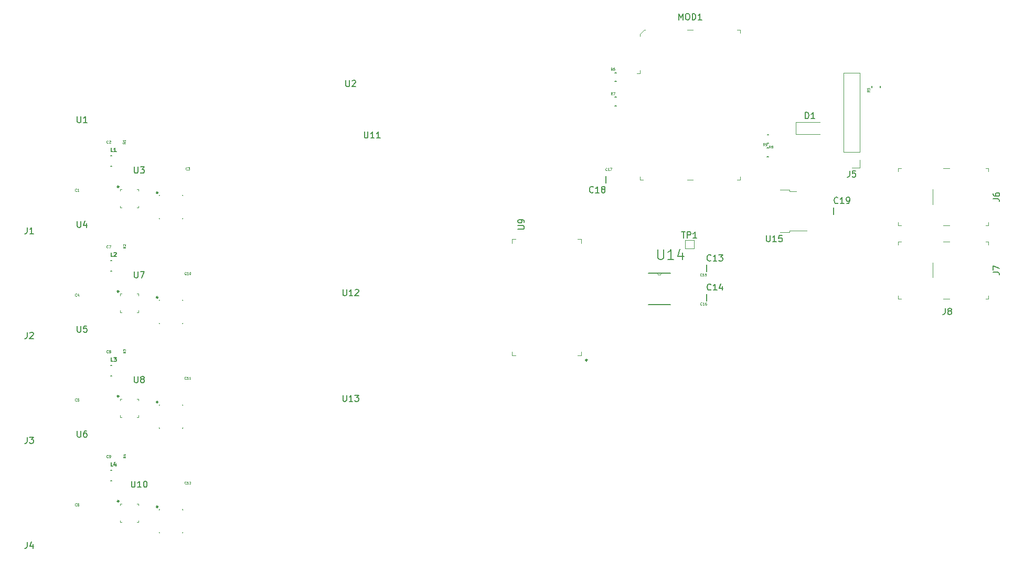
<source format=gbr>
%TF.GenerationSoftware,KiCad,Pcbnew,6.0.11*%
%TF.CreationDate,2023-02-03T09:16:35-05:00*%
%TF.ProjectId,PhasedArrayReceiver,50686173-6564-4417-9272-617952656365,rev?*%
%TF.SameCoordinates,Original*%
%TF.FileFunction,Legend,Top*%
%TF.FilePolarity,Positive*%
%FSLAX46Y46*%
G04 Gerber Fmt 4.6, Leading zero omitted, Abs format (unit mm)*
G04 Created by KiCad (PCBNEW 6.0.11) date 2023-02-03 09:16:35*
%MOMM*%
%LPD*%
G01*
G04 APERTURE LIST*
%ADD10C,0.098425*%
%ADD11C,0.150000*%
%ADD12C,0.127000*%
%ADD13C,0.100000*%
%ADD14C,0.200000*%
%ADD15C,0.120000*%
%ADD16C,0.250000*%
%ADD17C,0.152400*%
G04 APERTURE END LIST*
D10*
%TO.C,R4*%
X91568102Y-110275616D02*
X91380626Y-110406850D01*
X91568102Y-110500588D02*
X91174401Y-110500588D01*
X91174401Y-110350607D01*
X91193149Y-110313112D01*
X91211897Y-110294364D01*
X91249392Y-110275616D01*
X91305635Y-110275616D01*
X91343130Y-110294364D01*
X91361878Y-110313112D01*
X91380626Y-110350607D01*
X91380626Y-110500588D01*
X91305635Y-109938158D02*
X91568102Y-109938158D01*
X91155654Y-110031897D02*
X91436869Y-110125635D01*
X91436869Y-109881915D01*
%TO.C,R3*%
X91568102Y-93335616D02*
X91380626Y-93466850D01*
X91568102Y-93560588D02*
X91174401Y-93560588D01*
X91174401Y-93410607D01*
X91193149Y-93373112D01*
X91211897Y-93354364D01*
X91249392Y-93335616D01*
X91305635Y-93335616D01*
X91343130Y-93354364D01*
X91361878Y-93373112D01*
X91380626Y-93410607D01*
X91380626Y-93560588D01*
X91174401Y-93204383D02*
X91174401Y-92960663D01*
X91324383Y-93091897D01*
X91324383Y-93035654D01*
X91343130Y-92998158D01*
X91361878Y-92979411D01*
X91399373Y-92960663D01*
X91493112Y-92960663D01*
X91530607Y-92979411D01*
X91549355Y-92998158D01*
X91568102Y-93035654D01*
X91568102Y-93148140D01*
X91549355Y-93185635D01*
X91530607Y-93204383D01*
%TO.C,R2*%
X91568102Y-76395616D02*
X91380626Y-76526850D01*
X91568102Y-76620588D02*
X91174401Y-76620588D01*
X91174401Y-76470607D01*
X91193149Y-76433112D01*
X91211897Y-76414364D01*
X91249392Y-76395616D01*
X91305635Y-76395616D01*
X91343130Y-76414364D01*
X91361878Y-76433112D01*
X91380626Y-76470607D01*
X91380626Y-76620588D01*
X91211897Y-76245635D02*
X91193149Y-76226887D01*
X91174401Y-76189392D01*
X91174401Y-76095654D01*
X91193149Y-76058158D01*
X91211897Y-76039411D01*
X91249392Y-76020663D01*
X91286887Y-76020663D01*
X91343130Y-76039411D01*
X91568102Y-76264383D01*
X91568102Y-76020663D01*
%TO.C,R1*%
X91538102Y-59485616D02*
X91350626Y-59616850D01*
X91538102Y-59710588D02*
X91144401Y-59710588D01*
X91144401Y-59560607D01*
X91163149Y-59523112D01*
X91181897Y-59504364D01*
X91219392Y-59485616D01*
X91275635Y-59485616D01*
X91313130Y-59504364D01*
X91331878Y-59523112D01*
X91350626Y-59560607D01*
X91350626Y-59710588D01*
X91538102Y-59110663D02*
X91538102Y-59335635D01*
X91538102Y-59223149D02*
X91144401Y-59223149D01*
X91200644Y-59260644D01*
X91238140Y-59298140D01*
X91256887Y-59335635D01*
D11*
%TO.C,L4*%
X89515333Y-111843123D02*
X89210571Y-111843123D01*
X89210571Y-111203123D01*
X90002952Y-111416457D02*
X90002952Y-111843123D01*
X89850571Y-111172647D02*
X89698190Y-111629790D01*
X90094380Y-111629790D01*
%TO.C,L3*%
X89515333Y-94903123D02*
X89210571Y-94903123D01*
X89210571Y-94263123D01*
X89667714Y-94263123D02*
X90063904Y-94263123D01*
X89850571Y-94506933D01*
X89942000Y-94506933D01*
X90002952Y-94537409D01*
X90033428Y-94567885D01*
X90063904Y-94628838D01*
X90063904Y-94781219D01*
X90033428Y-94842171D01*
X90002952Y-94872647D01*
X89942000Y-94903123D01*
X89759142Y-94903123D01*
X89698190Y-94872647D01*
X89667714Y-94842171D01*
%TO.C,L2*%
X89515333Y-77963123D02*
X89210571Y-77963123D01*
X89210571Y-77323123D01*
X89698190Y-77384076D02*
X89728666Y-77353600D01*
X89789619Y-77323123D01*
X89942000Y-77323123D01*
X90002952Y-77353600D01*
X90033428Y-77384076D01*
X90063904Y-77445028D01*
X90063904Y-77505980D01*
X90033428Y-77597409D01*
X89667714Y-77963123D01*
X90063904Y-77963123D01*
%TO.C,L1*%
X89515333Y-61053123D02*
X89210571Y-61053123D01*
X89210571Y-60413123D01*
X90063904Y-61053123D02*
X89698190Y-61053123D01*
X89881047Y-61053123D02*
X89881047Y-60413123D01*
X89820095Y-60504552D01*
X89759142Y-60565504D01*
X89698190Y-60595980D01*
D10*
%TO.C,R9*%
X194714383Y-60048102D02*
X194583149Y-59860626D01*
X194489411Y-60048102D02*
X194489411Y-59654401D01*
X194639392Y-59654401D01*
X194676887Y-59673149D01*
X194695635Y-59691897D01*
X194714383Y-59729392D01*
X194714383Y-59785635D01*
X194695635Y-59823130D01*
X194676887Y-59841878D01*
X194639392Y-59860626D01*
X194489411Y-59860626D01*
X194901859Y-60048102D02*
X194976850Y-60048102D01*
X195014345Y-60029355D01*
X195033093Y-60010607D01*
X195070588Y-59954364D01*
X195089336Y-59879373D01*
X195089336Y-59729392D01*
X195070588Y-59691897D01*
X195051841Y-59673149D01*
X195014345Y-59654401D01*
X194939355Y-59654401D01*
X194901859Y-59673149D01*
X194883112Y-59691897D01*
X194864364Y-59729392D01*
X194864364Y-59823130D01*
X194883112Y-59860626D01*
X194901859Y-59879373D01*
X194939355Y-59898121D01*
X195014345Y-59898121D01*
X195051841Y-59879373D01*
X195070588Y-59860626D01*
X195089336Y-59823130D01*
%TO.C,R8*%
X195644383Y-60448102D02*
X195513149Y-60260626D01*
X195419411Y-60448102D02*
X195419411Y-60054401D01*
X195569392Y-60054401D01*
X195606887Y-60073149D01*
X195625635Y-60091897D01*
X195644383Y-60129392D01*
X195644383Y-60185635D01*
X195625635Y-60223130D01*
X195606887Y-60241878D01*
X195569392Y-60260626D01*
X195419411Y-60260626D01*
X195869355Y-60223130D02*
X195831859Y-60204383D01*
X195813112Y-60185635D01*
X195794364Y-60148140D01*
X195794364Y-60129392D01*
X195813112Y-60091897D01*
X195831859Y-60073149D01*
X195869355Y-60054401D01*
X195944345Y-60054401D01*
X195981841Y-60073149D01*
X196000588Y-60091897D01*
X196019336Y-60129392D01*
X196019336Y-60148140D01*
X196000588Y-60185635D01*
X195981841Y-60204383D01*
X195944345Y-60223130D01*
X195869355Y-60223130D01*
X195831859Y-60241878D01*
X195813112Y-60260626D01*
X195794364Y-60298121D01*
X195794364Y-60373112D01*
X195813112Y-60410607D01*
X195831859Y-60429355D01*
X195869355Y-60448102D01*
X195944345Y-60448102D01*
X195981841Y-60429355D01*
X196000588Y-60410607D01*
X196019336Y-60373112D01*
X196019336Y-60298121D01*
X196000588Y-60260626D01*
X195981841Y-60241878D01*
X195944345Y-60223130D01*
%TO.C,R7*%
X170124383Y-51838102D02*
X169993149Y-51650626D01*
X169899411Y-51838102D02*
X169899411Y-51444401D01*
X170049392Y-51444401D01*
X170086887Y-51463149D01*
X170105635Y-51481897D01*
X170124383Y-51519392D01*
X170124383Y-51575635D01*
X170105635Y-51613130D01*
X170086887Y-51631878D01*
X170049392Y-51650626D01*
X169899411Y-51650626D01*
X170255616Y-51444401D02*
X170518084Y-51444401D01*
X170349355Y-51838102D01*
%TO.C,R6*%
X170124383Y-47888102D02*
X169993149Y-47700626D01*
X169899411Y-47888102D02*
X169899411Y-47494401D01*
X170049392Y-47494401D01*
X170086887Y-47513149D01*
X170105635Y-47531897D01*
X170124383Y-47569392D01*
X170124383Y-47625635D01*
X170105635Y-47663130D01*
X170086887Y-47681878D01*
X170049392Y-47700626D01*
X169899411Y-47700626D01*
X170461841Y-47494401D02*
X170386850Y-47494401D01*
X170349355Y-47513149D01*
X170330607Y-47531897D01*
X170293112Y-47588140D01*
X170274364Y-47663130D01*
X170274364Y-47813112D01*
X170293112Y-47850607D01*
X170311859Y-47869355D01*
X170349355Y-47888102D01*
X170424345Y-47888102D01*
X170461841Y-47869355D01*
X170480588Y-47850607D01*
X170499336Y-47813112D01*
X170499336Y-47719373D01*
X170480588Y-47681878D01*
X170461841Y-47663130D01*
X170424345Y-47644383D01*
X170349355Y-47644383D01*
X170311859Y-47663130D01*
X170293112Y-47681878D01*
X170274364Y-47719373D01*
%TO.C,R5*%
X211638102Y-51115616D02*
X211450626Y-51246850D01*
X211638102Y-51340588D02*
X211244401Y-51340588D01*
X211244401Y-51190607D01*
X211263149Y-51153112D01*
X211281897Y-51134364D01*
X211319392Y-51115616D01*
X211375635Y-51115616D01*
X211413130Y-51134364D01*
X211431878Y-51153112D01*
X211450626Y-51190607D01*
X211450626Y-51340588D01*
X211244401Y-50759411D02*
X211244401Y-50946887D01*
X211431878Y-50965635D01*
X211413130Y-50946887D01*
X211394383Y-50909392D01*
X211394383Y-50815654D01*
X211413130Y-50778158D01*
X211431878Y-50759411D01*
X211469373Y-50740663D01*
X211563112Y-50740663D01*
X211600607Y-50759411D01*
X211619355Y-50778158D01*
X211638102Y-50815654D01*
X211638102Y-50909392D01*
X211619355Y-50946887D01*
X211600607Y-50965635D01*
D11*
%TO.C,J7*%
X231602380Y-80503333D02*
X232316666Y-80503333D01*
X232459523Y-80550952D01*
X232554761Y-80646190D01*
X232602380Y-80789047D01*
X232602380Y-80884285D01*
X231602380Y-80122380D02*
X231602380Y-79455714D01*
X232602380Y-79884285D01*
%TO.C,J6*%
X231602380Y-68663333D02*
X232316666Y-68663333D01*
X232459523Y-68710952D01*
X232554761Y-68806190D01*
X232602380Y-68949047D01*
X232602380Y-69044285D01*
X231602380Y-67758571D02*
X231602380Y-67949047D01*
X231650000Y-68044285D01*
X231697619Y-68091904D01*
X231840476Y-68187142D01*
X232030952Y-68234761D01*
X232411904Y-68234761D01*
X232507142Y-68187142D01*
X232554761Y-68139523D01*
X232602380Y-68044285D01*
X232602380Y-67853809D01*
X232554761Y-67758571D01*
X232507142Y-67710952D01*
X232411904Y-67663333D01*
X232173809Y-67663333D01*
X232078571Y-67710952D01*
X232030952Y-67758571D01*
X231983333Y-67853809D01*
X231983333Y-68044285D01*
X232030952Y-68139523D01*
X232078571Y-68187142D01*
X232173809Y-68234761D01*
%TO.C,C19*%
X206542142Y-69312142D02*
X206494523Y-69359761D01*
X206351666Y-69407380D01*
X206256428Y-69407380D01*
X206113571Y-69359761D01*
X206018333Y-69264523D01*
X205970714Y-69169285D01*
X205923095Y-68978809D01*
X205923095Y-68835952D01*
X205970714Y-68645476D01*
X206018333Y-68550238D01*
X206113571Y-68455000D01*
X206256428Y-68407380D01*
X206351666Y-68407380D01*
X206494523Y-68455000D01*
X206542142Y-68502619D01*
X207494523Y-69407380D02*
X206923095Y-69407380D01*
X207208809Y-69407380D02*
X207208809Y-68407380D01*
X207113571Y-68550238D01*
X207018333Y-68645476D01*
X206923095Y-68693095D01*
X207970714Y-69407380D02*
X208161190Y-69407380D01*
X208256428Y-69359761D01*
X208304047Y-69312142D01*
X208399285Y-69169285D01*
X208446904Y-68978809D01*
X208446904Y-68597857D01*
X208399285Y-68502619D01*
X208351666Y-68455000D01*
X208256428Y-68407380D01*
X208065952Y-68407380D01*
X207970714Y-68455000D01*
X207923095Y-68502619D01*
X207875476Y-68597857D01*
X207875476Y-68835952D01*
X207923095Y-68931190D01*
X207970714Y-68978809D01*
X208065952Y-69026428D01*
X208256428Y-69026428D01*
X208351666Y-68978809D01*
X208399285Y-68931190D01*
X208446904Y-68835952D01*
%TO.C,C18*%
X167052142Y-67572142D02*
X167004523Y-67619761D01*
X166861666Y-67667380D01*
X166766428Y-67667380D01*
X166623571Y-67619761D01*
X166528333Y-67524523D01*
X166480714Y-67429285D01*
X166433095Y-67238809D01*
X166433095Y-67095952D01*
X166480714Y-66905476D01*
X166528333Y-66810238D01*
X166623571Y-66715000D01*
X166766428Y-66667380D01*
X166861666Y-66667380D01*
X167004523Y-66715000D01*
X167052142Y-66762619D01*
X168004523Y-67667380D02*
X167433095Y-67667380D01*
X167718809Y-67667380D02*
X167718809Y-66667380D01*
X167623571Y-66810238D01*
X167528333Y-66905476D01*
X167433095Y-66953095D01*
X168575952Y-67095952D02*
X168480714Y-67048333D01*
X168433095Y-67000714D01*
X168385476Y-66905476D01*
X168385476Y-66857857D01*
X168433095Y-66762619D01*
X168480714Y-66715000D01*
X168575952Y-66667380D01*
X168766428Y-66667380D01*
X168861666Y-66715000D01*
X168909285Y-66762619D01*
X168956904Y-66857857D01*
X168956904Y-66905476D01*
X168909285Y-67000714D01*
X168861666Y-67048333D01*
X168766428Y-67095952D01*
X168575952Y-67095952D01*
X168480714Y-67143571D01*
X168433095Y-67191190D01*
X168385476Y-67286428D01*
X168385476Y-67476904D01*
X168433095Y-67572142D01*
X168480714Y-67619761D01*
X168575952Y-67667380D01*
X168766428Y-67667380D01*
X168861666Y-67619761D01*
X168909285Y-67572142D01*
X168956904Y-67476904D01*
X168956904Y-67286428D01*
X168909285Y-67191190D01*
X168861666Y-67143571D01*
X168766428Y-67095952D01*
%TO.C,C14*%
X186052142Y-83312142D02*
X186004523Y-83359761D01*
X185861666Y-83407380D01*
X185766428Y-83407380D01*
X185623571Y-83359761D01*
X185528333Y-83264523D01*
X185480714Y-83169285D01*
X185433095Y-82978809D01*
X185433095Y-82835952D01*
X185480714Y-82645476D01*
X185528333Y-82550238D01*
X185623571Y-82455000D01*
X185766428Y-82407380D01*
X185861666Y-82407380D01*
X186004523Y-82455000D01*
X186052142Y-82502619D01*
X187004523Y-83407380D02*
X186433095Y-83407380D01*
X186718809Y-83407380D02*
X186718809Y-82407380D01*
X186623571Y-82550238D01*
X186528333Y-82645476D01*
X186433095Y-82693095D01*
X187861666Y-82740714D02*
X187861666Y-83407380D01*
X187623571Y-82359761D02*
X187385476Y-83074047D01*
X188004523Y-83074047D01*
%TO.C,C13*%
X186042142Y-78592142D02*
X185994523Y-78639761D01*
X185851666Y-78687380D01*
X185756428Y-78687380D01*
X185613571Y-78639761D01*
X185518333Y-78544523D01*
X185470714Y-78449285D01*
X185423095Y-78258809D01*
X185423095Y-78115952D01*
X185470714Y-77925476D01*
X185518333Y-77830238D01*
X185613571Y-77735000D01*
X185756428Y-77687380D01*
X185851666Y-77687380D01*
X185994523Y-77735000D01*
X186042142Y-77782619D01*
X186994523Y-78687380D02*
X186423095Y-78687380D01*
X186708809Y-78687380D02*
X186708809Y-77687380D01*
X186613571Y-77830238D01*
X186518333Y-77925476D01*
X186423095Y-77973095D01*
X187327857Y-77687380D02*
X187946904Y-77687380D01*
X187613571Y-78068333D01*
X187756428Y-78068333D01*
X187851666Y-78115952D01*
X187899285Y-78163571D01*
X187946904Y-78258809D01*
X187946904Y-78496904D01*
X187899285Y-78592142D01*
X187851666Y-78639761D01*
X187756428Y-78687380D01*
X187470714Y-78687380D01*
X187375476Y-78639761D01*
X187327857Y-78592142D01*
D10*
%TO.C,C1*%
X83644383Y-67390607D02*
X83625635Y-67409355D01*
X83569392Y-67428102D01*
X83531897Y-67428102D01*
X83475654Y-67409355D01*
X83438158Y-67371859D01*
X83419411Y-67334364D01*
X83400663Y-67259373D01*
X83400663Y-67203130D01*
X83419411Y-67128140D01*
X83438158Y-67090644D01*
X83475654Y-67053149D01*
X83531897Y-67034401D01*
X83569392Y-67034401D01*
X83625635Y-67053149D01*
X83644383Y-67071897D01*
X84019336Y-67428102D02*
X83794364Y-67428102D01*
X83906850Y-67428102D02*
X83906850Y-67034401D01*
X83869355Y-67090644D01*
X83831859Y-67128140D01*
X83794364Y-67146887D01*
%TO.C,C17*%
X169266906Y-64030607D02*
X169248158Y-64049355D01*
X169191915Y-64068102D01*
X169154420Y-64068102D01*
X169098177Y-64049355D01*
X169060682Y-64011859D01*
X169041934Y-63974364D01*
X169023186Y-63899373D01*
X169023186Y-63843130D01*
X169041934Y-63768140D01*
X169060682Y-63730644D01*
X169098177Y-63693149D01*
X169154420Y-63674401D01*
X169191915Y-63674401D01*
X169248158Y-63693149D01*
X169266906Y-63711897D01*
X169641859Y-64068102D02*
X169416887Y-64068102D01*
X169529373Y-64068102D02*
X169529373Y-63674401D01*
X169491878Y-63730644D01*
X169454383Y-63768140D01*
X169416887Y-63786887D01*
X169773093Y-63674401D02*
X170035560Y-63674401D01*
X169866831Y-64068102D01*
%TO.C,C16*%
X184566906Y-85750607D02*
X184548158Y-85769355D01*
X184491915Y-85788102D01*
X184454420Y-85788102D01*
X184398177Y-85769355D01*
X184360682Y-85731859D01*
X184341934Y-85694364D01*
X184323186Y-85619373D01*
X184323186Y-85563130D01*
X184341934Y-85488140D01*
X184360682Y-85450644D01*
X184398177Y-85413149D01*
X184454420Y-85394401D01*
X184491915Y-85394401D01*
X184548158Y-85413149D01*
X184566906Y-85431897D01*
X184941859Y-85788102D02*
X184716887Y-85788102D01*
X184829373Y-85788102D02*
X184829373Y-85394401D01*
X184791878Y-85450644D01*
X184754383Y-85488140D01*
X184716887Y-85506887D01*
X185279317Y-85394401D02*
X185204327Y-85394401D01*
X185166831Y-85413149D01*
X185148084Y-85431897D01*
X185110588Y-85488140D01*
X185091841Y-85563130D01*
X185091841Y-85713112D01*
X185110588Y-85750607D01*
X185129336Y-85769355D01*
X185166831Y-85788102D01*
X185241822Y-85788102D01*
X185279317Y-85769355D01*
X185298065Y-85750607D01*
X185316813Y-85713112D01*
X185316813Y-85619373D01*
X185298065Y-85581878D01*
X185279317Y-85563130D01*
X185241822Y-85544383D01*
X185166831Y-85544383D01*
X185129336Y-85563130D01*
X185110588Y-85581878D01*
X185091841Y-85619373D01*
%TO.C,C15*%
X184546906Y-81060607D02*
X184528158Y-81079355D01*
X184471915Y-81098102D01*
X184434420Y-81098102D01*
X184378177Y-81079355D01*
X184340682Y-81041859D01*
X184321934Y-81004364D01*
X184303186Y-80929373D01*
X184303186Y-80873130D01*
X184321934Y-80798140D01*
X184340682Y-80760644D01*
X184378177Y-80723149D01*
X184434420Y-80704401D01*
X184471915Y-80704401D01*
X184528158Y-80723149D01*
X184546906Y-80741897D01*
X184921859Y-81098102D02*
X184696887Y-81098102D01*
X184809373Y-81098102D02*
X184809373Y-80704401D01*
X184771878Y-80760644D01*
X184734383Y-80798140D01*
X184696887Y-80816887D01*
X185278065Y-80704401D02*
X185090588Y-80704401D01*
X185071841Y-80891878D01*
X185090588Y-80873130D01*
X185128084Y-80854383D01*
X185221822Y-80854383D01*
X185259317Y-80873130D01*
X185278065Y-80891878D01*
X185296813Y-80929373D01*
X185296813Y-81023112D01*
X185278065Y-81060607D01*
X185259317Y-81079355D01*
X185221822Y-81098102D01*
X185128084Y-81098102D01*
X185090588Y-81079355D01*
X185071841Y-81060607D01*
%TO.C,C12*%
X101326906Y-114670607D02*
X101308158Y-114689355D01*
X101251915Y-114708102D01*
X101214420Y-114708102D01*
X101158177Y-114689355D01*
X101120682Y-114651859D01*
X101101934Y-114614364D01*
X101083186Y-114539373D01*
X101083186Y-114483130D01*
X101101934Y-114408140D01*
X101120682Y-114370644D01*
X101158177Y-114333149D01*
X101214420Y-114314401D01*
X101251915Y-114314401D01*
X101308158Y-114333149D01*
X101326906Y-114351897D01*
X101701859Y-114708102D02*
X101476887Y-114708102D01*
X101589373Y-114708102D02*
X101589373Y-114314401D01*
X101551878Y-114370644D01*
X101514383Y-114408140D01*
X101476887Y-114426887D01*
X101851841Y-114351897D02*
X101870588Y-114333149D01*
X101908084Y-114314401D01*
X102001822Y-114314401D01*
X102039317Y-114333149D01*
X102058065Y-114351897D01*
X102076813Y-114389392D01*
X102076813Y-114426887D01*
X102058065Y-114483130D01*
X101833093Y-114708102D01*
X102076813Y-114708102D01*
%TO.C,C11*%
X101326906Y-97760607D02*
X101308158Y-97779355D01*
X101251915Y-97798102D01*
X101214420Y-97798102D01*
X101158177Y-97779355D01*
X101120682Y-97741859D01*
X101101934Y-97704364D01*
X101083186Y-97629373D01*
X101083186Y-97573130D01*
X101101934Y-97498140D01*
X101120682Y-97460644D01*
X101158177Y-97423149D01*
X101214420Y-97404401D01*
X101251915Y-97404401D01*
X101308158Y-97423149D01*
X101326906Y-97441897D01*
X101701859Y-97798102D02*
X101476887Y-97798102D01*
X101589373Y-97798102D02*
X101589373Y-97404401D01*
X101551878Y-97460644D01*
X101514383Y-97498140D01*
X101476887Y-97516887D01*
X102076813Y-97798102D02*
X101851841Y-97798102D01*
X101964327Y-97798102D02*
X101964327Y-97404401D01*
X101926831Y-97460644D01*
X101889336Y-97498140D01*
X101851841Y-97516887D01*
%TO.C,C10*%
X101326906Y-80850607D02*
X101308158Y-80869355D01*
X101251915Y-80888102D01*
X101214420Y-80888102D01*
X101158177Y-80869355D01*
X101120682Y-80831859D01*
X101101934Y-80794364D01*
X101083186Y-80719373D01*
X101083186Y-80663130D01*
X101101934Y-80588140D01*
X101120682Y-80550644D01*
X101158177Y-80513149D01*
X101214420Y-80494401D01*
X101251915Y-80494401D01*
X101308158Y-80513149D01*
X101326906Y-80531897D01*
X101701859Y-80888102D02*
X101476887Y-80888102D01*
X101589373Y-80888102D02*
X101589373Y-80494401D01*
X101551878Y-80550644D01*
X101514383Y-80588140D01*
X101476887Y-80606887D01*
X101945579Y-80494401D02*
X101983074Y-80494401D01*
X102020570Y-80513149D01*
X102039317Y-80531897D01*
X102058065Y-80569392D01*
X102076813Y-80644383D01*
X102076813Y-80738121D01*
X102058065Y-80813112D01*
X102039317Y-80850607D01*
X102020570Y-80869355D01*
X101983074Y-80888102D01*
X101945579Y-80888102D01*
X101908084Y-80869355D01*
X101889336Y-80850607D01*
X101870588Y-80813112D01*
X101851841Y-80738121D01*
X101851841Y-80644383D01*
X101870588Y-80569392D01*
X101889336Y-80531897D01*
X101908084Y-80513149D01*
X101945579Y-80494401D01*
%TO.C,C9*%
X88754383Y-110410607D02*
X88735635Y-110429355D01*
X88679392Y-110448102D01*
X88641897Y-110448102D01*
X88585654Y-110429355D01*
X88548158Y-110391859D01*
X88529411Y-110354364D01*
X88510663Y-110279373D01*
X88510663Y-110223130D01*
X88529411Y-110148140D01*
X88548158Y-110110644D01*
X88585654Y-110073149D01*
X88641897Y-110054401D01*
X88679392Y-110054401D01*
X88735635Y-110073149D01*
X88754383Y-110091897D01*
X88941859Y-110448102D02*
X89016850Y-110448102D01*
X89054345Y-110429355D01*
X89073093Y-110410607D01*
X89110588Y-110354364D01*
X89129336Y-110279373D01*
X89129336Y-110129392D01*
X89110588Y-110091897D01*
X89091841Y-110073149D01*
X89054345Y-110054401D01*
X88979355Y-110054401D01*
X88941859Y-110073149D01*
X88923112Y-110091897D01*
X88904364Y-110129392D01*
X88904364Y-110223130D01*
X88923112Y-110260626D01*
X88941859Y-110279373D01*
X88979355Y-110298121D01*
X89054345Y-110298121D01*
X89091841Y-110279373D01*
X89110588Y-110260626D01*
X89129336Y-110223130D01*
%TO.C,C8*%
X88754383Y-93470607D02*
X88735635Y-93489355D01*
X88679392Y-93508102D01*
X88641897Y-93508102D01*
X88585654Y-93489355D01*
X88548158Y-93451859D01*
X88529411Y-93414364D01*
X88510663Y-93339373D01*
X88510663Y-93283130D01*
X88529411Y-93208140D01*
X88548158Y-93170644D01*
X88585654Y-93133149D01*
X88641897Y-93114401D01*
X88679392Y-93114401D01*
X88735635Y-93133149D01*
X88754383Y-93151897D01*
X88979355Y-93283130D02*
X88941859Y-93264383D01*
X88923112Y-93245635D01*
X88904364Y-93208140D01*
X88904364Y-93189392D01*
X88923112Y-93151897D01*
X88941859Y-93133149D01*
X88979355Y-93114401D01*
X89054345Y-93114401D01*
X89091841Y-93133149D01*
X89110588Y-93151897D01*
X89129336Y-93189392D01*
X89129336Y-93208140D01*
X89110588Y-93245635D01*
X89091841Y-93264383D01*
X89054345Y-93283130D01*
X88979355Y-93283130D01*
X88941859Y-93301878D01*
X88923112Y-93320626D01*
X88904364Y-93358121D01*
X88904364Y-93433112D01*
X88923112Y-93470607D01*
X88941859Y-93489355D01*
X88979355Y-93508102D01*
X89054345Y-93508102D01*
X89091841Y-93489355D01*
X89110588Y-93470607D01*
X89129336Y-93433112D01*
X89129336Y-93358121D01*
X89110588Y-93320626D01*
X89091841Y-93301878D01*
X89054345Y-93283130D01*
%TO.C,C7*%
X88754383Y-76530607D02*
X88735635Y-76549355D01*
X88679392Y-76568102D01*
X88641897Y-76568102D01*
X88585654Y-76549355D01*
X88548158Y-76511859D01*
X88529411Y-76474364D01*
X88510663Y-76399373D01*
X88510663Y-76343130D01*
X88529411Y-76268140D01*
X88548158Y-76230644D01*
X88585654Y-76193149D01*
X88641897Y-76174401D01*
X88679392Y-76174401D01*
X88735635Y-76193149D01*
X88754383Y-76211897D01*
X88885616Y-76174401D02*
X89148084Y-76174401D01*
X88979355Y-76568102D01*
%TO.C,C6*%
X83644383Y-118200607D02*
X83625635Y-118219355D01*
X83569392Y-118238102D01*
X83531897Y-118238102D01*
X83475654Y-118219355D01*
X83438158Y-118181859D01*
X83419411Y-118144364D01*
X83400663Y-118069373D01*
X83400663Y-118013130D01*
X83419411Y-117938140D01*
X83438158Y-117900644D01*
X83475654Y-117863149D01*
X83531897Y-117844401D01*
X83569392Y-117844401D01*
X83625635Y-117863149D01*
X83644383Y-117881897D01*
X83981841Y-117844401D02*
X83906850Y-117844401D01*
X83869355Y-117863149D01*
X83850607Y-117881897D01*
X83813112Y-117938140D01*
X83794364Y-118013130D01*
X83794364Y-118163112D01*
X83813112Y-118200607D01*
X83831859Y-118219355D01*
X83869355Y-118238102D01*
X83944345Y-118238102D01*
X83981841Y-118219355D01*
X84000588Y-118200607D01*
X84019336Y-118163112D01*
X84019336Y-118069373D01*
X84000588Y-118031878D01*
X83981841Y-118013130D01*
X83944345Y-117994383D01*
X83869355Y-117994383D01*
X83831859Y-118013130D01*
X83813112Y-118031878D01*
X83794364Y-118069373D01*
%TO.C,C5*%
X83644383Y-101260607D02*
X83625635Y-101279355D01*
X83569392Y-101298102D01*
X83531897Y-101298102D01*
X83475654Y-101279355D01*
X83438158Y-101241859D01*
X83419411Y-101204364D01*
X83400663Y-101129373D01*
X83400663Y-101073130D01*
X83419411Y-100998140D01*
X83438158Y-100960644D01*
X83475654Y-100923149D01*
X83531897Y-100904401D01*
X83569392Y-100904401D01*
X83625635Y-100923149D01*
X83644383Y-100941897D01*
X84000588Y-100904401D02*
X83813112Y-100904401D01*
X83794364Y-101091878D01*
X83813112Y-101073130D01*
X83850607Y-101054383D01*
X83944345Y-101054383D01*
X83981841Y-101073130D01*
X84000588Y-101091878D01*
X84019336Y-101129373D01*
X84019336Y-101223112D01*
X84000588Y-101260607D01*
X83981841Y-101279355D01*
X83944345Y-101298102D01*
X83850607Y-101298102D01*
X83813112Y-101279355D01*
X83794364Y-101260607D01*
%TO.C,C4*%
X83644383Y-84330607D02*
X83625635Y-84349355D01*
X83569392Y-84368102D01*
X83531897Y-84368102D01*
X83475654Y-84349355D01*
X83438158Y-84311859D01*
X83419411Y-84274364D01*
X83400663Y-84199373D01*
X83400663Y-84143130D01*
X83419411Y-84068140D01*
X83438158Y-84030644D01*
X83475654Y-83993149D01*
X83531897Y-83974401D01*
X83569392Y-83974401D01*
X83625635Y-83993149D01*
X83644383Y-84011897D01*
X83981841Y-84105635D02*
X83981841Y-84368102D01*
X83888102Y-83955654D02*
X83794364Y-84236869D01*
X84038084Y-84236869D01*
%TO.C,C3*%
X101514383Y-63940607D02*
X101495635Y-63959355D01*
X101439392Y-63978102D01*
X101401897Y-63978102D01*
X101345654Y-63959355D01*
X101308158Y-63921859D01*
X101289411Y-63884364D01*
X101270663Y-63809373D01*
X101270663Y-63753130D01*
X101289411Y-63678140D01*
X101308158Y-63640644D01*
X101345654Y-63603149D01*
X101401897Y-63584401D01*
X101439392Y-63584401D01*
X101495635Y-63603149D01*
X101514383Y-63621897D01*
X101645616Y-63584401D02*
X101889336Y-63584401D01*
X101758102Y-63734383D01*
X101814345Y-63734383D01*
X101851841Y-63753130D01*
X101870588Y-63771878D01*
X101889336Y-63809373D01*
X101889336Y-63903112D01*
X101870588Y-63940607D01*
X101851841Y-63959355D01*
X101814345Y-63978102D01*
X101701859Y-63978102D01*
X101664364Y-63959355D01*
X101645616Y-63940607D01*
%TO.C,C2*%
X88754383Y-59620607D02*
X88735635Y-59639355D01*
X88679392Y-59658102D01*
X88641897Y-59658102D01*
X88585654Y-59639355D01*
X88548158Y-59601859D01*
X88529411Y-59564364D01*
X88510663Y-59489373D01*
X88510663Y-59433130D01*
X88529411Y-59358140D01*
X88548158Y-59320644D01*
X88585654Y-59283149D01*
X88641897Y-59264401D01*
X88679392Y-59264401D01*
X88735635Y-59283149D01*
X88754383Y-59301897D01*
X88904364Y-59301897D02*
X88923112Y-59283149D01*
X88960607Y-59264401D01*
X89054345Y-59264401D01*
X89091841Y-59283149D01*
X89110588Y-59301897D01*
X89129336Y-59339392D01*
X89129336Y-59376887D01*
X89110588Y-59433130D01*
X88885616Y-59658102D01*
X89129336Y-59658102D01*
D11*
%TO.C,J8*%
X223857414Y-86332846D02*
X223857414Y-87048807D01*
X223809683Y-87191999D01*
X223714222Y-87287461D01*
X223571030Y-87335192D01*
X223475568Y-87335192D01*
X224477914Y-86762423D02*
X224382453Y-86714692D01*
X224334722Y-86666961D01*
X224286991Y-86571500D01*
X224286991Y-86523769D01*
X224334722Y-86428307D01*
X224382453Y-86380577D01*
X224477914Y-86332846D01*
X224668837Y-86332846D01*
X224764299Y-86380577D01*
X224812029Y-86428307D01*
X224859760Y-86523769D01*
X224859760Y-86571500D01*
X224812029Y-86666961D01*
X224764299Y-86714692D01*
X224668837Y-86762423D01*
X224477914Y-86762423D01*
X224382453Y-86810153D01*
X224334722Y-86857884D01*
X224286991Y-86953346D01*
X224286991Y-87144269D01*
X224334722Y-87239730D01*
X224382453Y-87287461D01*
X224477914Y-87335192D01*
X224668837Y-87335192D01*
X224764299Y-87287461D01*
X224812029Y-87239730D01*
X224859760Y-87144269D01*
X224859760Y-86953346D01*
X224812029Y-86857884D01*
X224764299Y-86810153D01*
X224668837Y-86762423D01*
%TO.C,J4*%
X75694354Y-124069346D02*
X75694354Y-124785307D01*
X75646623Y-124928499D01*
X75551162Y-125023961D01*
X75407970Y-125071692D01*
X75312508Y-125071692D01*
X76601239Y-124403461D02*
X76601239Y-125071692D01*
X76362585Y-124021615D02*
X76123931Y-124737576D01*
X76744431Y-124737576D01*
%TO.C,J3*%
X75694354Y-107136012D02*
X75694354Y-107851973D01*
X75646623Y-107995165D01*
X75551162Y-108090627D01*
X75407970Y-108138358D01*
X75312508Y-108138358D01*
X76076200Y-107136012D02*
X76696700Y-107136012D01*
X76362585Y-107517858D01*
X76505777Y-107517858D01*
X76601239Y-107565589D01*
X76648969Y-107613319D01*
X76696700Y-107708781D01*
X76696700Y-107947435D01*
X76648969Y-108042896D01*
X76601239Y-108090627D01*
X76505777Y-108138358D01*
X76219393Y-108138358D01*
X76123931Y-108090627D01*
X76076200Y-108042896D01*
%TO.C,J2*%
X75694354Y-90202679D02*
X75694354Y-90918640D01*
X75646623Y-91061832D01*
X75551162Y-91157294D01*
X75407970Y-91205025D01*
X75312508Y-91205025D01*
X76123931Y-90298140D02*
X76171662Y-90250410D01*
X76267123Y-90202679D01*
X76505777Y-90202679D01*
X76601239Y-90250410D01*
X76648969Y-90298140D01*
X76696700Y-90393602D01*
X76696700Y-90489063D01*
X76648969Y-90632256D01*
X76076200Y-91205025D01*
X76696700Y-91205025D01*
%TO.C,J1*%
X75694354Y-73269346D02*
X75694354Y-73985307D01*
X75646623Y-74128499D01*
X75551162Y-74223961D01*
X75407970Y-74271692D01*
X75312508Y-74271692D01*
X76696700Y-74271692D02*
X76123931Y-74271692D01*
X76410316Y-74271692D02*
X76410316Y-73269346D01*
X76314854Y-73412538D01*
X76219393Y-73508000D01*
X76123931Y-73555730D01*
%TO.C,U9*%
X154902380Y-73551904D02*
X155711904Y-73551904D01*
X155807142Y-73504285D01*
X155854761Y-73456666D01*
X155902380Y-73361428D01*
X155902380Y-73170952D01*
X155854761Y-73075714D01*
X155807142Y-73028095D01*
X155711904Y-72980476D01*
X154902380Y-72980476D01*
X155902380Y-72456666D02*
X155902380Y-72266190D01*
X155854761Y-72170952D01*
X155807142Y-72123333D01*
X155664285Y-72028095D01*
X155473809Y-71980476D01*
X155092857Y-71980476D01*
X154997619Y-72028095D01*
X154950000Y-72075714D01*
X154902380Y-72170952D01*
X154902380Y-72361428D01*
X154950000Y-72456666D01*
X154997619Y-72504285D01*
X155092857Y-72551904D01*
X155330952Y-72551904D01*
X155426190Y-72504285D01*
X155473809Y-72456666D01*
X155521428Y-72361428D01*
X155521428Y-72170952D01*
X155473809Y-72075714D01*
X155426190Y-72028095D01*
X155330952Y-71980476D01*
%TO.C,U15*%
X195021904Y-74572380D02*
X195021904Y-75381904D01*
X195069523Y-75477142D01*
X195117142Y-75524761D01*
X195212380Y-75572380D01*
X195402857Y-75572380D01*
X195498095Y-75524761D01*
X195545714Y-75477142D01*
X195593333Y-75381904D01*
X195593333Y-74572380D01*
X196593333Y-75572380D02*
X196021904Y-75572380D01*
X196307619Y-75572380D02*
X196307619Y-74572380D01*
X196212380Y-74715238D01*
X196117142Y-74810476D01*
X196021904Y-74858095D01*
X197498095Y-74572380D02*
X197021904Y-74572380D01*
X196974285Y-75048571D01*
X197021904Y-75000952D01*
X197117142Y-74953333D01*
X197355238Y-74953333D01*
X197450476Y-75000952D01*
X197498095Y-75048571D01*
X197545714Y-75143809D01*
X197545714Y-75381904D01*
X197498095Y-75477142D01*
X197450476Y-75524761D01*
X197355238Y-75572380D01*
X197117142Y-75572380D01*
X197021904Y-75524761D01*
X196974285Y-75477142D01*
%TO.C,U14*%
X177459503Y-76833436D02*
X177459503Y-78163566D01*
X177537746Y-78320052D01*
X177615989Y-78398295D01*
X177772475Y-78476538D01*
X178085446Y-78476538D01*
X178241932Y-78398295D01*
X178320175Y-78320052D01*
X178398418Y-78163566D01*
X178398418Y-76833436D01*
X180041520Y-78476538D02*
X179102605Y-78476538D01*
X179572062Y-78476538D02*
X179572062Y-76833436D01*
X179415577Y-77068164D01*
X179259091Y-77224650D01*
X179102605Y-77302893D01*
X181449893Y-77381136D02*
X181449893Y-78476538D01*
X181058679Y-76755193D02*
X180667464Y-77928837D01*
X181684622Y-77928837D01*
%TO.C,U13*%
X126661904Y-100362380D02*
X126661904Y-101171904D01*
X126709523Y-101267142D01*
X126757142Y-101314761D01*
X126852380Y-101362380D01*
X127042857Y-101362380D01*
X127138095Y-101314761D01*
X127185714Y-101267142D01*
X127233333Y-101171904D01*
X127233333Y-100362380D01*
X128233333Y-101362380D02*
X127661904Y-101362380D01*
X127947619Y-101362380D02*
X127947619Y-100362380D01*
X127852380Y-100505238D01*
X127757142Y-100600476D01*
X127661904Y-100648095D01*
X128566666Y-100362380D02*
X129185714Y-100362380D01*
X128852380Y-100743333D01*
X128995238Y-100743333D01*
X129090476Y-100790952D01*
X129138095Y-100838571D01*
X129185714Y-100933809D01*
X129185714Y-101171904D01*
X129138095Y-101267142D01*
X129090476Y-101314761D01*
X128995238Y-101362380D01*
X128709523Y-101362380D01*
X128614285Y-101314761D01*
X128566666Y-101267142D01*
%TO.C,U12*%
X126661904Y-83299880D02*
X126661904Y-84109404D01*
X126709523Y-84204642D01*
X126757142Y-84252261D01*
X126852380Y-84299880D01*
X127042857Y-84299880D01*
X127138095Y-84252261D01*
X127185714Y-84204642D01*
X127233333Y-84109404D01*
X127233333Y-83299880D01*
X128233333Y-84299880D02*
X127661904Y-84299880D01*
X127947619Y-84299880D02*
X127947619Y-83299880D01*
X127852380Y-83442738D01*
X127757142Y-83537976D01*
X127661904Y-83585595D01*
X128614285Y-83395119D02*
X128661904Y-83347500D01*
X128757142Y-83299880D01*
X128995238Y-83299880D01*
X129090476Y-83347500D01*
X129138095Y-83395119D01*
X129185714Y-83490357D01*
X129185714Y-83585595D01*
X129138095Y-83728452D01*
X128566666Y-84299880D01*
X129185714Y-84299880D01*
%TO.C,U11*%
X130121904Y-57822380D02*
X130121904Y-58631904D01*
X130169523Y-58727142D01*
X130217142Y-58774761D01*
X130312380Y-58822380D01*
X130502857Y-58822380D01*
X130598095Y-58774761D01*
X130645714Y-58727142D01*
X130693333Y-58631904D01*
X130693333Y-57822380D01*
X131693333Y-58822380D02*
X131121904Y-58822380D01*
X131407619Y-58822380D02*
X131407619Y-57822380D01*
X131312380Y-57965238D01*
X131217142Y-58060476D01*
X131121904Y-58108095D01*
X132645714Y-58822380D02*
X132074285Y-58822380D01*
X132360000Y-58822380D02*
X132360000Y-57822380D01*
X132264761Y-57965238D01*
X132169523Y-58060476D01*
X132074285Y-58108095D01*
%TO.C,U10*%
X92521904Y-114242380D02*
X92521904Y-115051904D01*
X92569523Y-115147142D01*
X92617142Y-115194761D01*
X92712380Y-115242380D01*
X92902857Y-115242380D01*
X92998095Y-115194761D01*
X93045714Y-115147142D01*
X93093333Y-115051904D01*
X93093333Y-114242380D01*
X94093333Y-115242380D02*
X93521904Y-115242380D01*
X93807619Y-115242380D02*
X93807619Y-114242380D01*
X93712380Y-114385238D01*
X93617142Y-114480476D01*
X93521904Y-114528095D01*
X94712380Y-114242380D02*
X94807619Y-114242380D01*
X94902857Y-114290000D01*
X94950476Y-114337619D01*
X94998095Y-114432857D01*
X95045714Y-114623333D01*
X95045714Y-114861428D01*
X94998095Y-115051904D01*
X94950476Y-115147142D01*
X94902857Y-115194761D01*
X94807619Y-115242380D01*
X94712380Y-115242380D01*
X94617142Y-115194761D01*
X94569523Y-115147142D01*
X94521904Y-115051904D01*
X94474285Y-114861428D01*
X94474285Y-114623333D01*
X94521904Y-114432857D01*
X94569523Y-114337619D01*
X94617142Y-114290000D01*
X94712380Y-114242380D01*
%TO.C,U8*%
X92998095Y-97332380D02*
X92998095Y-98141904D01*
X93045714Y-98237142D01*
X93093333Y-98284761D01*
X93188571Y-98332380D01*
X93379047Y-98332380D01*
X93474285Y-98284761D01*
X93521904Y-98237142D01*
X93569523Y-98141904D01*
X93569523Y-97332380D01*
X94188571Y-97760952D02*
X94093333Y-97713333D01*
X94045714Y-97665714D01*
X93998095Y-97570476D01*
X93998095Y-97522857D01*
X94045714Y-97427619D01*
X94093333Y-97380000D01*
X94188571Y-97332380D01*
X94379047Y-97332380D01*
X94474285Y-97380000D01*
X94521904Y-97427619D01*
X94569523Y-97522857D01*
X94569523Y-97570476D01*
X94521904Y-97665714D01*
X94474285Y-97713333D01*
X94379047Y-97760952D01*
X94188571Y-97760952D01*
X94093333Y-97808571D01*
X94045714Y-97856190D01*
X93998095Y-97951428D01*
X93998095Y-98141904D01*
X94045714Y-98237142D01*
X94093333Y-98284761D01*
X94188571Y-98332380D01*
X94379047Y-98332380D01*
X94474285Y-98284761D01*
X94521904Y-98237142D01*
X94569523Y-98141904D01*
X94569523Y-97951428D01*
X94521904Y-97856190D01*
X94474285Y-97808571D01*
X94379047Y-97760952D01*
%TO.C,U7*%
X92998095Y-80422380D02*
X92998095Y-81231904D01*
X93045714Y-81327142D01*
X93093333Y-81374761D01*
X93188571Y-81422380D01*
X93379047Y-81422380D01*
X93474285Y-81374761D01*
X93521904Y-81327142D01*
X93569523Y-81231904D01*
X93569523Y-80422380D01*
X93950476Y-80422380D02*
X94617142Y-80422380D01*
X94188571Y-81422380D01*
%TO.C,U6*%
X83778095Y-106132380D02*
X83778095Y-106941904D01*
X83825714Y-107037142D01*
X83873333Y-107084761D01*
X83968571Y-107132380D01*
X84159047Y-107132380D01*
X84254285Y-107084761D01*
X84301904Y-107037142D01*
X84349523Y-106941904D01*
X84349523Y-106132380D01*
X85254285Y-106132380D02*
X85063809Y-106132380D01*
X84968571Y-106180000D01*
X84920952Y-106227619D01*
X84825714Y-106370476D01*
X84778095Y-106560952D01*
X84778095Y-106941904D01*
X84825714Y-107037142D01*
X84873333Y-107084761D01*
X84968571Y-107132380D01*
X85159047Y-107132380D01*
X85254285Y-107084761D01*
X85301904Y-107037142D01*
X85349523Y-106941904D01*
X85349523Y-106703809D01*
X85301904Y-106608571D01*
X85254285Y-106560952D01*
X85159047Y-106513333D01*
X84968571Y-106513333D01*
X84873333Y-106560952D01*
X84825714Y-106608571D01*
X84778095Y-106703809D01*
%TO.C,U5*%
X83778095Y-89192380D02*
X83778095Y-90001904D01*
X83825714Y-90097142D01*
X83873333Y-90144761D01*
X83968571Y-90192380D01*
X84159047Y-90192380D01*
X84254285Y-90144761D01*
X84301904Y-90097142D01*
X84349523Y-90001904D01*
X84349523Y-89192380D01*
X85301904Y-89192380D02*
X84825714Y-89192380D01*
X84778095Y-89668571D01*
X84825714Y-89620952D01*
X84920952Y-89573333D01*
X85159047Y-89573333D01*
X85254285Y-89620952D01*
X85301904Y-89668571D01*
X85349523Y-89763809D01*
X85349523Y-90001904D01*
X85301904Y-90097142D01*
X85254285Y-90144761D01*
X85159047Y-90192380D01*
X84920952Y-90192380D01*
X84825714Y-90144761D01*
X84778095Y-90097142D01*
%TO.C,U4*%
X83778095Y-72252380D02*
X83778095Y-73061904D01*
X83825714Y-73157142D01*
X83873333Y-73204761D01*
X83968571Y-73252380D01*
X84159047Y-73252380D01*
X84254285Y-73204761D01*
X84301904Y-73157142D01*
X84349523Y-73061904D01*
X84349523Y-72252380D01*
X85254285Y-72585714D02*
X85254285Y-73252380D01*
X85016190Y-72204761D02*
X84778095Y-72919047D01*
X85397142Y-72919047D01*
%TO.C,U3*%
X92998095Y-63512380D02*
X92998095Y-64321904D01*
X93045714Y-64417142D01*
X93093333Y-64464761D01*
X93188571Y-64512380D01*
X93379047Y-64512380D01*
X93474285Y-64464761D01*
X93521904Y-64417142D01*
X93569523Y-64321904D01*
X93569523Y-63512380D01*
X93950476Y-63512380D02*
X94569523Y-63512380D01*
X94236190Y-63893333D01*
X94379047Y-63893333D01*
X94474285Y-63940952D01*
X94521904Y-63988571D01*
X94569523Y-64083809D01*
X94569523Y-64321904D01*
X94521904Y-64417142D01*
X94474285Y-64464761D01*
X94379047Y-64512380D01*
X94093333Y-64512380D01*
X93998095Y-64464761D01*
X93950476Y-64417142D01*
%TO.C,U2*%
X127138095Y-49522380D02*
X127138095Y-50331904D01*
X127185714Y-50427142D01*
X127233333Y-50474761D01*
X127328571Y-50522380D01*
X127519047Y-50522380D01*
X127614285Y-50474761D01*
X127661904Y-50427142D01*
X127709523Y-50331904D01*
X127709523Y-49522380D01*
X128138095Y-49617619D02*
X128185714Y-49570000D01*
X128280952Y-49522380D01*
X128519047Y-49522380D01*
X128614285Y-49570000D01*
X128661904Y-49617619D01*
X128709523Y-49712857D01*
X128709523Y-49808095D01*
X128661904Y-49950952D01*
X128090476Y-50522380D01*
X128709523Y-50522380D01*
%TO.C,U1*%
X83778095Y-55342380D02*
X83778095Y-56151904D01*
X83825714Y-56247142D01*
X83873333Y-56294761D01*
X83968571Y-56342380D01*
X84159047Y-56342380D01*
X84254285Y-56294761D01*
X84301904Y-56247142D01*
X84349523Y-56151904D01*
X84349523Y-55342380D01*
X85349523Y-56342380D02*
X84778095Y-56342380D01*
X85063809Y-56342380D02*
X85063809Y-55342380D01*
X84968571Y-55485238D01*
X84873333Y-55580476D01*
X84778095Y-55628095D01*
%TO.C,TP1*%
X181318095Y-73994380D02*
X181889523Y-73994380D01*
X181603809Y-74994380D02*
X181603809Y-73994380D01*
X182222857Y-74994380D02*
X182222857Y-73994380D01*
X182603809Y-73994380D01*
X182699047Y-74042000D01*
X182746666Y-74089619D01*
X182794285Y-74184857D01*
X182794285Y-74327714D01*
X182746666Y-74422952D01*
X182699047Y-74470571D01*
X182603809Y-74518190D01*
X182222857Y-74518190D01*
X183746666Y-74994380D02*
X183175238Y-74994380D01*
X183460952Y-74994380D02*
X183460952Y-73994380D01*
X183365714Y-74137238D01*
X183270476Y-74232476D01*
X183175238Y-74280095D01*
%TO.C,MOD1*%
X180846666Y-39732380D02*
X180846666Y-38732380D01*
X181180000Y-39446666D01*
X181513333Y-38732380D01*
X181513333Y-39732380D01*
X182180000Y-38732380D02*
X182370476Y-38732380D01*
X182465714Y-38780000D01*
X182560952Y-38875238D01*
X182608571Y-39065714D01*
X182608571Y-39399047D01*
X182560952Y-39589523D01*
X182465714Y-39684761D01*
X182370476Y-39732380D01*
X182180000Y-39732380D01*
X182084761Y-39684761D01*
X181989523Y-39589523D01*
X181941904Y-39399047D01*
X181941904Y-39065714D01*
X181989523Y-38875238D01*
X182084761Y-38780000D01*
X182180000Y-38732380D01*
X183037142Y-39732380D02*
X183037142Y-38732380D01*
X183275238Y-38732380D01*
X183418095Y-38780000D01*
X183513333Y-38875238D01*
X183560952Y-38970476D01*
X183608571Y-39160952D01*
X183608571Y-39303809D01*
X183560952Y-39494285D01*
X183513333Y-39589523D01*
X183418095Y-39684761D01*
X183275238Y-39732380D01*
X183037142Y-39732380D01*
X184560952Y-39732380D02*
X183989523Y-39732380D01*
X184275238Y-39732380D02*
X184275238Y-38732380D01*
X184180000Y-38875238D01*
X184084761Y-38970476D01*
X183989523Y-39018095D01*
%TO.C,J5*%
X208426666Y-64122380D02*
X208426666Y-64836666D01*
X208379047Y-64979523D01*
X208283809Y-65074761D01*
X208140952Y-65122380D01*
X208045714Y-65122380D01*
X209379047Y-64122380D02*
X208902857Y-64122380D01*
X208855238Y-64598571D01*
X208902857Y-64550952D01*
X208998095Y-64503333D01*
X209236190Y-64503333D01*
X209331428Y-64550952D01*
X209379047Y-64598571D01*
X209426666Y-64693809D01*
X209426666Y-64931904D01*
X209379047Y-65027142D01*
X209331428Y-65074761D01*
X209236190Y-65122380D01*
X208998095Y-65122380D01*
X208902857Y-65074761D01*
X208855238Y-65027142D01*
%TO.C,D1*%
X201281904Y-55692380D02*
X201281904Y-54692380D01*
X201520000Y-54692380D01*
X201662857Y-54740000D01*
X201758095Y-54835238D01*
X201805714Y-54930476D01*
X201853333Y-55120952D01*
X201853333Y-55263809D01*
X201805714Y-55454285D01*
X201758095Y-55549523D01*
X201662857Y-55644761D01*
X201520000Y-55692380D01*
X201281904Y-55692380D01*
X202805714Y-55692380D02*
X202234285Y-55692380D01*
X202520000Y-55692380D02*
X202520000Y-54692380D01*
X202424761Y-54835238D01*
X202329523Y-54930476D01*
X202234285Y-54978095D01*
D12*
%TO.C,L4*%
X89180000Y-112510000D02*
X89300000Y-112510000D01*
X89180000Y-114190000D02*
X89300000Y-114190000D01*
%TO.C,L3*%
X89180000Y-95570000D02*
X89300000Y-95570000D01*
X89180000Y-97250000D02*
X89300000Y-97250000D01*
%TO.C,L2*%
X89180000Y-78630000D02*
X89300000Y-78630000D01*
X89180000Y-80310000D02*
X89300000Y-80310000D01*
%TO.C,L1*%
X89180000Y-61720000D02*
X89300000Y-61720000D01*
X89180000Y-63400000D02*
X89300000Y-63400000D01*
%TO.C,R9*%
X195120000Y-60460000D02*
X195360000Y-60460000D01*
X195120000Y-61820000D02*
X195360000Y-61820000D01*
%TO.C,R8*%
X195370000Y-59680000D02*
X195130000Y-59680000D01*
X195370000Y-58320000D02*
X195130000Y-58320000D01*
%TO.C,R7*%
X170530000Y-52250000D02*
X170770000Y-52250000D01*
X170530000Y-53610000D02*
X170770000Y-53610000D01*
%TO.C,R6*%
X170530000Y-48300000D02*
X170770000Y-48300000D01*
X170530000Y-49660000D02*
X170770000Y-49660000D01*
%TO.C,R5*%
X212050000Y-50710000D02*
X212050000Y-50470000D01*
X213410000Y-50710000D02*
X213410000Y-50470000D01*
D13*
%TO.C,J7*%
X223550000Y-84770000D02*
X224550000Y-84770000D01*
X230850000Y-84770000D02*
X230850000Y-84270000D01*
X223550000Y-75570000D02*
X224550000Y-75570000D01*
X221850000Y-78970000D02*
X221850000Y-81370000D01*
X216250000Y-84770000D02*
X216750000Y-84770000D01*
X230850000Y-75570000D02*
X230350000Y-75570000D01*
X230850000Y-84770000D02*
X230350000Y-84770000D01*
X216250000Y-75570000D02*
X216750000Y-75570000D01*
X216250000Y-75570000D02*
X216250000Y-76070000D01*
X230850000Y-75570000D02*
X230850000Y-76070000D01*
X216250000Y-84770000D02*
X216250000Y-84270000D01*
%TO.C,J6*%
X223550000Y-72930000D02*
X224550000Y-72930000D01*
X230850000Y-72930000D02*
X230850000Y-72430000D01*
X223550000Y-63730000D02*
X224550000Y-63730000D01*
X221850000Y-67130000D02*
X221850000Y-69530000D01*
X216250000Y-72930000D02*
X216750000Y-72930000D01*
X230850000Y-63730000D02*
X230350000Y-63730000D01*
X230850000Y-72930000D02*
X230350000Y-72930000D01*
X216250000Y-63730000D02*
X216750000Y-63730000D01*
X216250000Y-63730000D02*
X216250000Y-64230000D01*
X230850000Y-63730000D02*
X230850000Y-64230000D01*
X216250000Y-72930000D02*
X216250000Y-72430000D01*
D14*
%TO.C,C19*%
X205810000Y-70040000D02*
X205810000Y-71140000D01*
%TO.C,C18*%
X169070000Y-66130000D02*
X169070000Y-65030000D01*
%TO.C,C14*%
X185320000Y-84040000D02*
X185320000Y-85140000D01*
%TO.C,C13*%
X185310000Y-79320000D02*
X185310000Y-80420000D01*
D15*
%TO.C,U9*%
X165150000Y-93390000D02*
X165150000Y-93990000D01*
X154550000Y-75190000D02*
X153950000Y-75190000D01*
X165150000Y-93990000D02*
X164550000Y-93990000D01*
X153950000Y-93990000D02*
X153950000Y-93390000D01*
X154550000Y-93990000D02*
X153950000Y-93990000D01*
X164550000Y-75190000D02*
X165150000Y-75190000D01*
X165150000Y-75190000D02*
X165150000Y-75790000D01*
X153950000Y-75190000D02*
X153950000Y-75790000D01*
D16*
X166075000Y-94690000D02*
G75*
G03*
X166075000Y-94690000I-125000J0D01*
G01*
D15*
%TO.C,U15*%
X197230000Y-67170000D02*
X198730000Y-67170000D01*
X198730000Y-74070000D02*
X198730000Y-73800000D01*
X198730000Y-73800000D02*
X201560000Y-73800000D01*
X198730000Y-67170000D02*
X198730000Y-67440000D01*
X197230000Y-74070000D02*
X198730000Y-74070000D01*
X198730000Y-67440000D02*
X199830000Y-67440000D01*
D17*
%TO.C,U14*%
X175959900Y-85770000D02*
X179515900Y-85770000D01*
X179515900Y-80690000D02*
X178042700Y-80690000D01*
X178042700Y-80690000D02*
X177433100Y-80690000D01*
X177433100Y-80690000D02*
X175959900Y-80690000D01*
D13*
X177433100Y-80690000D02*
G75*
G03*
X178042700Y-80690000I304800J0D01*
G01*
D15*
%TO.C,U10*%
X100660000Y-118790000D02*
X100760000Y-118790000D01*
X96960000Y-122490000D02*
X96960000Y-122590000D01*
X96960000Y-122590000D02*
X97060000Y-122590000D01*
X100760000Y-122590000D02*
X100760000Y-122490000D01*
X97060000Y-118790000D02*
X96960000Y-118790000D01*
X100760000Y-118790000D02*
X100760000Y-118890000D01*
X100660000Y-122590000D02*
X100760000Y-122590000D01*
X96960000Y-118790000D02*
X96960000Y-118890000D01*
D16*
X96785000Y-118390000D02*
G75*
G03*
X96785000Y-118390000I-125000J0D01*
G01*
D15*
%TO.C,U8*%
X100660000Y-101880000D02*
X100760000Y-101880000D01*
X96960000Y-105580000D02*
X96960000Y-105680000D01*
X96960000Y-105680000D02*
X97060000Y-105680000D01*
X100760000Y-105680000D02*
X100760000Y-105580000D01*
X97060000Y-101880000D02*
X96960000Y-101880000D01*
X100760000Y-101880000D02*
X100760000Y-101980000D01*
X100660000Y-105680000D02*
X100760000Y-105680000D01*
X96960000Y-101880000D02*
X96960000Y-101980000D01*
D16*
X96785000Y-101480000D02*
G75*
G03*
X96785000Y-101480000I-125000J0D01*
G01*
D15*
%TO.C,U7*%
X100660000Y-84970000D02*
X100760000Y-84970000D01*
X96960000Y-88670000D02*
X96960000Y-88770000D01*
X96960000Y-88770000D02*
X97060000Y-88770000D01*
X100760000Y-88770000D02*
X100760000Y-88670000D01*
X97060000Y-84970000D02*
X96960000Y-84970000D01*
X100760000Y-84970000D02*
X100760000Y-85070000D01*
X100660000Y-88770000D02*
X100760000Y-88770000D01*
X96960000Y-84970000D02*
X96960000Y-85070000D01*
D16*
X96785000Y-84570000D02*
G75*
G03*
X96785000Y-84570000I-125000J0D01*
G01*
D15*
%TO.C,U6*%
X93660000Y-120880000D02*
X93360000Y-120880000D01*
X93660000Y-117880000D02*
X93660000Y-118180000D01*
X93660000Y-120580000D02*
X93660000Y-120880000D01*
X90660000Y-120580000D02*
X90660000Y-120880000D01*
X90660000Y-120880000D02*
X90960000Y-120880000D01*
X93360000Y-117880000D02*
X93660000Y-117880000D01*
X90660000Y-117880000D02*
X90960000Y-117880000D01*
X90660000Y-118180000D02*
X90660000Y-117880000D01*
D16*
X90485000Y-117480000D02*
G75*
G03*
X90485000Y-117480000I-125000J0D01*
G01*
D15*
%TO.C,U5*%
X93660000Y-103940000D02*
X93360000Y-103940000D01*
X93660000Y-100940000D02*
X93660000Y-101240000D01*
X93660000Y-103640000D02*
X93660000Y-103940000D01*
X90660000Y-103640000D02*
X90660000Y-103940000D01*
X90660000Y-103940000D02*
X90960000Y-103940000D01*
X93360000Y-100940000D02*
X93660000Y-100940000D01*
X90660000Y-100940000D02*
X90960000Y-100940000D01*
X90660000Y-101240000D02*
X90660000Y-100940000D01*
D16*
X90485000Y-100540000D02*
G75*
G03*
X90485000Y-100540000I-125000J0D01*
G01*
%TO.C,U4*%
X90485000Y-83600000D02*
G75*
G03*
X90485000Y-83600000I-125000J0D01*
G01*
D15*
X90660000Y-84300000D02*
X90660000Y-84000000D01*
X90660000Y-84000000D02*
X90960000Y-84000000D01*
X93360000Y-84000000D02*
X93660000Y-84000000D01*
X90660000Y-87000000D02*
X90960000Y-87000000D01*
X90660000Y-86700000D02*
X90660000Y-87000000D01*
X93660000Y-86700000D02*
X93660000Y-87000000D01*
X93660000Y-84000000D02*
X93660000Y-84300000D01*
X93660000Y-87000000D02*
X93360000Y-87000000D01*
%TO.C,U3*%
X100660000Y-68060000D02*
X100760000Y-68060000D01*
X96960000Y-71760000D02*
X96960000Y-71860000D01*
X96960000Y-71860000D02*
X97060000Y-71860000D01*
X100760000Y-71860000D02*
X100760000Y-71760000D01*
X97060000Y-68060000D02*
X96960000Y-68060000D01*
X100760000Y-68060000D02*
X100760000Y-68160000D01*
X100660000Y-71860000D02*
X100760000Y-71860000D01*
X96960000Y-68060000D02*
X96960000Y-68160000D01*
D16*
X96785000Y-67660000D02*
G75*
G03*
X96785000Y-67660000I-125000J0D01*
G01*
D15*
%TO.C,U1*%
X93660000Y-70090000D02*
X93360000Y-70090000D01*
X93660000Y-67090000D02*
X93660000Y-67390000D01*
X93660000Y-69790000D02*
X93660000Y-70090000D01*
X90660000Y-69790000D02*
X90660000Y-70090000D01*
X90660000Y-70090000D02*
X90960000Y-70090000D01*
X93360000Y-67090000D02*
X93660000Y-67090000D01*
X90660000Y-67090000D02*
X90960000Y-67090000D01*
X90660000Y-67390000D02*
X90660000Y-67090000D01*
D16*
X90485000Y-66690000D02*
G75*
G03*
X90485000Y-66690000I-125000J0D01*
G01*
D15*
%TO.C,TP1*%
X183280000Y-76690000D02*
X181880000Y-76690000D01*
X183280000Y-75290000D02*
X183280000Y-76690000D01*
X181880000Y-76690000D02*
X181880000Y-75290000D01*
X181880000Y-75290000D02*
X183280000Y-75290000D01*
D13*
%TO.C,MOD1*%
X175480000Y-41380000D02*
X175230000Y-41380000D01*
X175230000Y-41380000D02*
X174580000Y-42030000D01*
X174580000Y-42030000D02*
X174580000Y-42380000D01*
X182680000Y-65580000D02*
X182180000Y-65580000D01*
X182680000Y-65580000D02*
X183180000Y-65580000D01*
X182680000Y-41380000D02*
X182180000Y-41380000D01*
X182680000Y-41380000D02*
X183180000Y-41380000D01*
X190780000Y-65580000D02*
X190780000Y-65080000D01*
X190780000Y-65580000D02*
X190280000Y-65580000D01*
X174580000Y-65580000D02*
X174580000Y-65080000D01*
X174580000Y-65580000D02*
X175080000Y-65580000D01*
X174580000Y-48380000D02*
X174580000Y-47880000D01*
X174580000Y-48380000D02*
X174080000Y-48380000D01*
X190780000Y-41380000D02*
X190780000Y-41880000D01*
X190780000Y-41380000D02*
X190280000Y-41380000D01*
D15*
%TO.C,J5*%
X210090000Y-61070000D02*
X210090000Y-48310000D01*
X210090000Y-62340000D02*
X210090000Y-63670000D01*
X210090000Y-63670000D02*
X208760000Y-63670000D01*
X210090000Y-61070000D02*
X207430000Y-61070000D01*
X210090000Y-48310000D02*
X207430000Y-48310000D01*
X207430000Y-61070000D02*
X207430000Y-48310000D01*
%TO.C,D1*%
X199770000Y-56240000D02*
X203670000Y-56240000D01*
X199770000Y-56240000D02*
X199770000Y-58240000D01*
X199770000Y-58240000D02*
X203670000Y-58240000D01*
%TD*%
M02*

</source>
